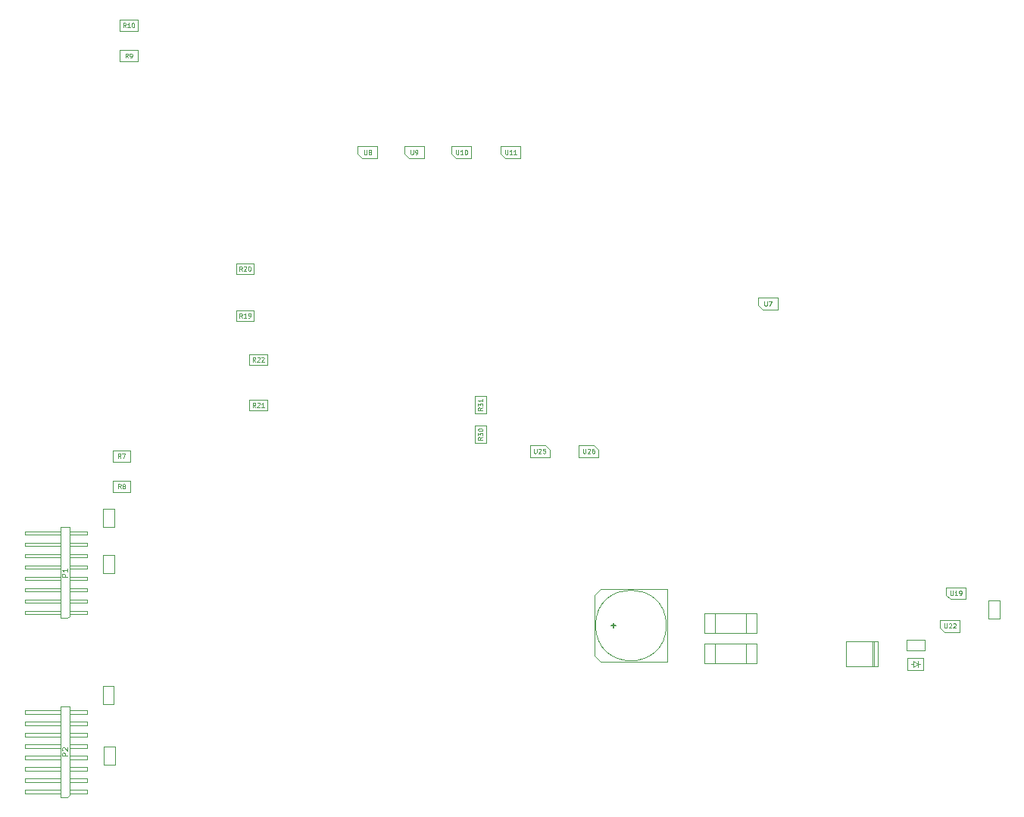
<source format=gbr>
G04 #@! TF.FileFunction,Other,Fab,Top*
%FSLAX46Y46*%
G04 Gerber Fmt 4.6, Leading zero omitted, Abs format (unit mm)*
G04 Created by KiCad (PCBNEW 4.0.4+e1-6308~48~ubuntu15.10.1-stable) date Fri Apr 13 08:08:00 2018*
%MOMM*%
%LPD*%
G01*
G04 APERTURE LIST*
%ADD10C,0.100000*%
%ADD11C,0.120000*%
%ADD12C,0.090000*%
%ADD13C,0.075000*%
%ADD14C,0.150000*%
G04 APERTURE END LIST*
D10*
X33337240Y-110675840D02*
X32587240Y-110675840D01*
X32587240Y-110675840D02*
X32587240Y-100515840D01*
X32587240Y-100515840D02*
X33587240Y-100515840D01*
X33587240Y-100515840D02*
X33587240Y-110425840D01*
X33587240Y-110425840D02*
X33337240Y-110675840D01*
X35557240Y-110240840D02*
X33587240Y-110240840D01*
X35557240Y-110240840D02*
X35557240Y-109840840D01*
X35557240Y-109840840D02*
X33587240Y-109840840D01*
X32587240Y-110240840D02*
X28587240Y-110240840D01*
X28587240Y-110240840D02*
X28587240Y-109840840D01*
X32587240Y-109840840D02*
X28587240Y-109840840D01*
X35557240Y-108970840D02*
X33587240Y-108970840D01*
X35557240Y-108970840D02*
X35557240Y-108570840D01*
X35557240Y-108570840D02*
X33587240Y-108570840D01*
X32587240Y-108970840D02*
X28587240Y-108970840D01*
X28587240Y-108970840D02*
X28587240Y-108570840D01*
X32587240Y-108570840D02*
X28587240Y-108570840D01*
X35557240Y-107700840D02*
X33587240Y-107700840D01*
X35557240Y-107700840D02*
X35557240Y-107300840D01*
X35557240Y-107300840D02*
X33587240Y-107300840D01*
X32587240Y-107700840D02*
X28587240Y-107700840D01*
X28587240Y-107700840D02*
X28587240Y-107300840D01*
X32587240Y-107300840D02*
X28587240Y-107300840D01*
X35557240Y-106430840D02*
X33587240Y-106430840D01*
X35557240Y-106430840D02*
X35557240Y-106030840D01*
X35557240Y-106030840D02*
X33587240Y-106030840D01*
X32587240Y-106430840D02*
X28587240Y-106430840D01*
X28587240Y-106430840D02*
X28587240Y-106030840D01*
X32587240Y-106030840D02*
X28587240Y-106030840D01*
X35557240Y-105160840D02*
X33587240Y-105160840D01*
X35557240Y-105160840D02*
X35557240Y-104760840D01*
X35557240Y-104760840D02*
X33587240Y-104760840D01*
X32587240Y-105160840D02*
X28587240Y-105160840D01*
X28587240Y-105160840D02*
X28587240Y-104760840D01*
X32587240Y-104760840D02*
X28587240Y-104760840D01*
X35557240Y-103890840D02*
X33587240Y-103890840D01*
X35557240Y-103890840D02*
X35557240Y-103490840D01*
X35557240Y-103490840D02*
X33587240Y-103490840D01*
X32587240Y-103890840D02*
X28587240Y-103890840D01*
X28587240Y-103890840D02*
X28587240Y-103490840D01*
X32587240Y-103490840D02*
X28587240Y-103490840D01*
X35557240Y-102620840D02*
X33587240Y-102620840D01*
X35557240Y-102620840D02*
X35557240Y-102220840D01*
X35557240Y-102220840D02*
X33587240Y-102220840D01*
X32587240Y-102620840D02*
X28587240Y-102620840D01*
X28587240Y-102620840D02*
X28587240Y-102220840D01*
X32587240Y-102220840D02*
X28587240Y-102220840D01*
X35557240Y-101350840D02*
X33587240Y-101350840D01*
X35557240Y-101350840D02*
X35557240Y-100950840D01*
X35557240Y-100950840D02*
X33587240Y-100950840D01*
X32587240Y-101350840D02*
X28587240Y-101350840D01*
X28587240Y-101350840D02*
X28587240Y-100950840D01*
X32587240Y-100950840D02*
X28587240Y-100950840D01*
X37358040Y-83630000D02*
X38598040Y-83630000D01*
X37358040Y-85630000D02*
X37358040Y-83630000D01*
X38598040Y-85630000D02*
X37358040Y-85630000D01*
X38598040Y-83630000D02*
X38598040Y-85630000D01*
X33337240Y-90675840D02*
X32587240Y-90675840D01*
X32587240Y-90675840D02*
X32587240Y-80515840D01*
X32587240Y-80515840D02*
X33587240Y-80515840D01*
X33587240Y-80515840D02*
X33587240Y-90425840D01*
X33587240Y-90425840D02*
X33337240Y-90675840D01*
X35557240Y-90240840D02*
X33587240Y-90240840D01*
X35557240Y-90240840D02*
X35557240Y-89840840D01*
X35557240Y-89840840D02*
X33587240Y-89840840D01*
X32587240Y-90240840D02*
X28587240Y-90240840D01*
X28587240Y-90240840D02*
X28587240Y-89840840D01*
X32587240Y-89840840D02*
X28587240Y-89840840D01*
X35557240Y-88970840D02*
X33587240Y-88970840D01*
X35557240Y-88970840D02*
X35557240Y-88570840D01*
X35557240Y-88570840D02*
X33587240Y-88570840D01*
X32587240Y-88970840D02*
X28587240Y-88970840D01*
X28587240Y-88970840D02*
X28587240Y-88570840D01*
X32587240Y-88570840D02*
X28587240Y-88570840D01*
X35557240Y-87700840D02*
X33587240Y-87700840D01*
X35557240Y-87700840D02*
X35557240Y-87300840D01*
X35557240Y-87300840D02*
X33587240Y-87300840D01*
X32587240Y-87700840D02*
X28587240Y-87700840D01*
X28587240Y-87700840D02*
X28587240Y-87300840D01*
X32587240Y-87300840D02*
X28587240Y-87300840D01*
X35557240Y-86430840D02*
X33587240Y-86430840D01*
X35557240Y-86430840D02*
X35557240Y-86030840D01*
X35557240Y-86030840D02*
X33587240Y-86030840D01*
X32587240Y-86430840D02*
X28587240Y-86430840D01*
X28587240Y-86430840D02*
X28587240Y-86030840D01*
X32587240Y-86030840D02*
X28587240Y-86030840D01*
X35557240Y-85160840D02*
X33587240Y-85160840D01*
X35557240Y-85160840D02*
X35557240Y-84760840D01*
X35557240Y-84760840D02*
X33587240Y-84760840D01*
X32587240Y-85160840D02*
X28587240Y-85160840D01*
X28587240Y-85160840D02*
X28587240Y-84760840D01*
X32587240Y-84760840D02*
X28587240Y-84760840D01*
X35557240Y-83890840D02*
X33587240Y-83890840D01*
X35557240Y-83890840D02*
X35557240Y-83490840D01*
X35557240Y-83490840D02*
X33587240Y-83490840D01*
X32587240Y-83890840D02*
X28587240Y-83890840D01*
X28587240Y-83890840D02*
X28587240Y-83490840D01*
X32587240Y-83490840D02*
X28587240Y-83490840D01*
X35557240Y-82620840D02*
X33587240Y-82620840D01*
X35557240Y-82620840D02*
X35557240Y-82220840D01*
X35557240Y-82220840D02*
X33587240Y-82220840D01*
X32587240Y-82620840D02*
X28587240Y-82620840D01*
X28587240Y-82620840D02*
X28587240Y-82220840D01*
X32587240Y-82220840D02*
X28587240Y-82220840D01*
X35557240Y-81350840D02*
X33587240Y-81350840D01*
X35557240Y-81350840D02*
X35557240Y-80950840D01*
X35557240Y-80950840D02*
X33587240Y-80950840D01*
X32587240Y-81350840D02*
X28587240Y-81350840D01*
X28587240Y-81350840D02*
X28587240Y-80950840D01*
X32587240Y-80950840D02*
X28587240Y-80950840D01*
X110550000Y-54825000D02*
X110550000Y-55675000D01*
X111050000Y-56175000D02*
X112750000Y-56175000D01*
X110550000Y-54825000D02*
X112750000Y-54825000D01*
X112750000Y-54825000D02*
X112750000Y-56175000D01*
X110550000Y-55675000D02*
X111050000Y-56175000D01*
X65800000Y-37925000D02*
X65800000Y-38775000D01*
X66300000Y-39275000D02*
X68000000Y-39275000D01*
X65800000Y-37925000D02*
X68000000Y-37925000D01*
X68000000Y-37925000D02*
X68000000Y-39275000D01*
X65800000Y-38775000D02*
X66300000Y-39275000D01*
X70997240Y-37915840D02*
X70997240Y-38765840D01*
X71497240Y-39265840D02*
X73197240Y-39265840D01*
X70997240Y-37915840D02*
X73197240Y-37915840D01*
X73197240Y-37915840D02*
X73197240Y-39265840D01*
X70997240Y-38765840D02*
X71497240Y-39265840D01*
X76297240Y-37915840D02*
X76297240Y-38765840D01*
X76797240Y-39265840D02*
X78497240Y-39265840D01*
X76297240Y-37915840D02*
X78497240Y-37915840D01*
X78497240Y-37915840D02*
X78497240Y-39265840D01*
X76297240Y-38765840D02*
X76797240Y-39265840D01*
X81797240Y-37915840D02*
X81797240Y-38765840D01*
X82297240Y-39265840D02*
X83997240Y-39265840D01*
X81797240Y-37915840D02*
X83997240Y-37915840D01*
X83997240Y-37915840D02*
X83997240Y-39265840D01*
X81797240Y-38765840D02*
X82297240Y-39265840D01*
D11*
X109172440Y-90136800D02*
X109172440Y-92336800D01*
X105772440Y-90136800D02*
X105772440Y-92336800D01*
X104572440Y-90136800D02*
X104572440Y-92336800D01*
X104572440Y-92336800D02*
X110372440Y-92336800D01*
X110372440Y-92336800D02*
X110372440Y-90136800D01*
X110372440Y-90136800D02*
X104572440Y-90136800D01*
X109172440Y-93489600D02*
X109172440Y-95689600D01*
X105772440Y-93489600D02*
X105772440Y-95689600D01*
X104572440Y-93489600D02*
X104572440Y-95689600D01*
X104572440Y-95689600D02*
X110372440Y-95689600D01*
X110372440Y-95689600D02*
X110372440Y-93489600D01*
X110372440Y-93489600D02*
X104572440Y-93489600D01*
D10*
X100296008Y-91480000D02*
G75*
G03X100296008Y-91480000I-3956008J0D01*
G01*
X100380000Y-95520000D02*
X100380000Y-87440000D01*
X92970000Y-95520000D02*
X100380000Y-95520000D01*
X92300000Y-94850000D02*
X92970000Y-95520000D01*
X92300000Y-88110000D02*
X92300000Y-94850000D01*
X92970000Y-87440000D02*
X92300000Y-88110000D01*
X100380000Y-87440000D02*
X92970000Y-87440000D01*
X38598040Y-80448400D02*
X37358040Y-80448400D01*
X38598040Y-78448400D02*
X38598040Y-80448400D01*
X37358040Y-78448400D02*
X38598040Y-78448400D01*
X37358040Y-80448400D02*
X37358040Y-78448400D01*
X38397240Y-73160840D02*
X38397240Y-71920840D01*
X40397240Y-73160840D02*
X38397240Y-73160840D01*
X40397240Y-71920840D02*
X40397240Y-73160840D01*
X38397240Y-71920840D02*
X40397240Y-71920840D01*
X38400000Y-76570000D02*
X38400000Y-75330000D01*
X40400000Y-76570000D02*
X38400000Y-76570000D01*
X40400000Y-75330000D02*
X40400000Y-76570000D01*
X38400000Y-75330000D02*
X40400000Y-75330000D01*
X39197240Y-28410840D02*
X39197240Y-27170840D01*
X41197240Y-28410840D02*
X39197240Y-28410840D01*
X41197240Y-27170840D02*
X41197240Y-28410840D01*
X39197240Y-27170840D02*
X41197240Y-27170840D01*
X39197240Y-25010840D02*
X39197240Y-23770840D01*
X41197240Y-25010840D02*
X39197240Y-25010840D01*
X41197240Y-23770840D02*
X41197240Y-25010840D01*
X39197240Y-23770840D02*
X41197240Y-23770840D01*
X52200000Y-57470000D02*
X52200000Y-56230000D01*
X54200000Y-57470000D02*
X52200000Y-57470000D01*
X54200000Y-56230000D02*
X54200000Y-57470000D01*
X52200000Y-56230000D02*
X54200000Y-56230000D01*
X52200000Y-52220000D02*
X52200000Y-50980000D01*
X54200000Y-52220000D02*
X52200000Y-52220000D01*
X54200000Y-50980000D02*
X54200000Y-52220000D01*
X52200000Y-50980000D02*
X54200000Y-50980000D01*
X53700000Y-67470000D02*
X53700000Y-66230000D01*
X55700000Y-67470000D02*
X53700000Y-67470000D01*
X55700000Y-66230000D02*
X55700000Y-67470000D01*
X53700000Y-66230000D02*
X55700000Y-66230000D01*
X53700000Y-62370000D02*
X53700000Y-61130000D01*
X55700000Y-62370000D02*
X53700000Y-62370000D01*
X55700000Y-61130000D02*
X55700000Y-62370000D01*
X53700000Y-61130000D02*
X55700000Y-61130000D01*
X37434240Y-105019600D02*
X38674240Y-105019600D01*
X37434240Y-107019600D02*
X37434240Y-105019600D01*
X38674240Y-107019600D02*
X37434240Y-107019600D01*
X38674240Y-105019600D02*
X38674240Y-107019600D01*
X38547240Y-100263200D02*
X37307240Y-100263200D01*
X38547240Y-98263200D02*
X38547240Y-100263200D01*
X37307240Y-98263200D02*
X38547240Y-98263200D01*
X37307240Y-100263200D02*
X37307240Y-98263200D01*
X136316440Y-88712800D02*
X137556440Y-88712800D01*
X136316440Y-90712800D02*
X136316440Y-88712800D01*
X137556440Y-90712800D02*
X136316440Y-90712800D01*
X137556440Y-88712800D02*
X137556440Y-90712800D01*
X127948040Y-95808800D02*
X127698040Y-95808800D01*
X127948040Y-95458800D02*
X128448040Y-95808800D01*
X127948040Y-96158800D02*
X127948040Y-95458800D01*
X128448040Y-95808800D02*
X127948040Y-96158800D01*
X128448040Y-95808800D02*
X128648040Y-95808800D01*
X128448040Y-96158800D02*
X128448040Y-95458800D01*
X129048040Y-95108800D02*
X129048040Y-96508800D01*
X127248040Y-95108800D02*
X129048040Y-95108800D01*
X127248040Y-96508800D02*
X127248040Y-95108800D01*
X129048040Y-96508800D02*
X127248040Y-96508800D01*
X129148040Y-93055200D02*
X129148040Y-94295200D01*
X127148040Y-93055200D02*
X129148040Y-93055200D01*
X127148040Y-94295200D02*
X127148040Y-93055200D01*
X129148040Y-94295200D02*
X127148040Y-94295200D01*
X131569240Y-87209000D02*
X131569240Y-88059000D01*
X132069240Y-88559000D02*
X133769240Y-88559000D01*
X131569240Y-87209000D02*
X133769240Y-87209000D01*
X133769240Y-87209000D02*
X133769240Y-88559000D01*
X131569240Y-88059000D02*
X132069240Y-88559000D01*
X130908840Y-90866600D02*
X130908840Y-91716600D01*
X131408840Y-92216600D02*
X133108840Y-92216600D01*
X130908840Y-90866600D02*
X133108840Y-90866600D01*
X133108840Y-90866600D02*
X133108840Y-92216600D01*
X130908840Y-91716600D02*
X131408840Y-92216600D01*
X123903640Y-96091200D02*
X123903640Y-93291200D01*
X123903640Y-93291200D02*
X120403640Y-93291200D01*
X120403640Y-93291200D02*
X120403640Y-96091200D01*
X120403640Y-96091200D02*
X123903640Y-96091200D01*
X123553640Y-96091200D02*
X123553640Y-93291200D01*
X123378640Y-96091200D02*
X123378640Y-93291200D01*
X78912440Y-69104000D02*
X80152440Y-69104000D01*
X78912440Y-71104000D02*
X78912440Y-69104000D01*
X80152440Y-71104000D02*
X78912440Y-71104000D01*
X80152440Y-69104000D02*
X80152440Y-71104000D01*
X80152440Y-67802000D02*
X78912440Y-67802000D01*
X80152440Y-65802000D02*
X80152440Y-67802000D01*
X78912440Y-65802000D02*
X80152440Y-65802000D01*
X78912440Y-67802000D02*
X78912440Y-65802000D01*
X87236440Y-72675000D02*
X87236440Y-71825000D01*
X86736440Y-71325000D02*
X85036440Y-71325000D01*
X87236440Y-72675000D02*
X85036440Y-72675000D01*
X85036440Y-72675000D02*
X85036440Y-71325000D01*
X87236440Y-71825000D02*
X86736440Y-71325000D01*
X92722840Y-72675000D02*
X92722840Y-71825000D01*
X92222840Y-71325000D02*
X90522840Y-71325000D01*
X92722840Y-72675000D02*
X90522840Y-72675000D01*
X90522840Y-72675000D02*
X90522840Y-71325000D01*
X92722840Y-71825000D02*
X92222840Y-71325000D01*
D12*
X33358669Y-106038697D02*
X32758669Y-106038697D01*
X32758669Y-105810125D01*
X32787240Y-105752983D01*
X32815811Y-105724411D01*
X32872954Y-105695840D01*
X32958669Y-105695840D01*
X33015811Y-105724411D01*
X33044383Y-105752983D01*
X33072954Y-105810125D01*
X33072954Y-106038697D01*
X32815811Y-105467268D02*
X32787240Y-105438697D01*
X32758669Y-105381554D01*
X32758669Y-105238697D01*
X32787240Y-105181554D01*
X32815811Y-105152983D01*
X32872954Y-105124411D01*
X32930097Y-105124411D01*
X33015811Y-105152983D01*
X33358669Y-105495840D01*
X33358669Y-105124411D01*
X33358669Y-86038697D02*
X32758669Y-86038697D01*
X32758669Y-85810125D01*
X32787240Y-85752983D01*
X32815811Y-85724411D01*
X32872954Y-85695840D01*
X32958669Y-85695840D01*
X33015811Y-85724411D01*
X33044383Y-85752983D01*
X33072954Y-85810125D01*
X33072954Y-86038697D01*
X33358669Y-85124411D02*
X33358669Y-85467268D01*
X33358669Y-85295840D02*
X32758669Y-85295840D01*
X32844383Y-85352983D01*
X32901526Y-85410125D01*
X32930097Y-85467268D01*
D13*
X111269048Y-55226190D02*
X111269048Y-55630952D01*
X111292857Y-55678571D01*
X111316667Y-55702381D01*
X111364286Y-55726190D01*
X111459524Y-55726190D01*
X111507143Y-55702381D01*
X111530952Y-55678571D01*
X111554762Y-55630952D01*
X111554762Y-55226190D01*
X111745239Y-55226190D02*
X112078572Y-55226190D01*
X111864286Y-55726190D01*
X66519048Y-38326190D02*
X66519048Y-38730952D01*
X66542857Y-38778571D01*
X66566667Y-38802381D01*
X66614286Y-38826190D01*
X66709524Y-38826190D01*
X66757143Y-38802381D01*
X66780952Y-38778571D01*
X66804762Y-38730952D01*
X66804762Y-38326190D01*
X67114286Y-38540476D02*
X67066667Y-38516667D01*
X67042858Y-38492857D01*
X67019048Y-38445238D01*
X67019048Y-38421429D01*
X67042858Y-38373810D01*
X67066667Y-38350000D01*
X67114286Y-38326190D01*
X67209524Y-38326190D01*
X67257143Y-38350000D01*
X67280953Y-38373810D01*
X67304762Y-38421429D01*
X67304762Y-38445238D01*
X67280953Y-38492857D01*
X67257143Y-38516667D01*
X67209524Y-38540476D01*
X67114286Y-38540476D01*
X67066667Y-38564286D01*
X67042858Y-38588095D01*
X67019048Y-38635714D01*
X67019048Y-38730952D01*
X67042858Y-38778571D01*
X67066667Y-38802381D01*
X67114286Y-38826190D01*
X67209524Y-38826190D01*
X67257143Y-38802381D01*
X67280953Y-38778571D01*
X67304762Y-38730952D01*
X67304762Y-38635714D01*
X67280953Y-38588095D01*
X67257143Y-38564286D01*
X67209524Y-38540476D01*
X71716288Y-38317030D02*
X71716288Y-38721792D01*
X71740097Y-38769411D01*
X71763907Y-38793221D01*
X71811526Y-38817030D01*
X71906764Y-38817030D01*
X71954383Y-38793221D01*
X71978192Y-38769411D01*
X72002002Y-38721792D01*
X72002002Y-38317030D01*
X72263907Y-38817030D02*
X72359145Y-38817030D01*
X72406764Y-38793221D01*
X72430574Y-38769411D01*
X72478193Y-38697983D01*
X72502002Y-38602745D01*
X72502002Y-38412269D01*
X72478193Y-38364650D01*
X72454383Y-38340840D01*
X72406764Y-38317030D01*
X72311526Y-38317030D01*
X72263907Y-38340840D01*
X72240098Y-38364650D01*
X72216288Y-38412269D01*
X72216288Y-38531316D01*
X72240098Y-38578935D01*
X72263907Y-38602745D01*
X72311526Y-38626554D01*
X72406764Y-38626554D01*
X72454383Y-38602745D01*
X72478193Y-38578935D01*
X72502002Y-38531316D01*
X76778193Y-38317030D02*
X76778193Y-38721792D01*
X76802002Y-38769411D01*
X76825812Y-38793221D01*
X76873431Y-38817030D01*
X76968669Y-38817030D01*
X77016288Y-38793221D01*
X77040097Y-38769411D01*
X77063907Y-38721792D01*
X77063907Y-38317030D01*
X77563907Y-38817030D02*
X77278193Y-38817030D01*
X77421050Y-38817030D02*
X77421050Y-38317030D01*
X77373431Y-38388459D01*
X77325812Y-38436078D01*
X77278193Y-38459888D01*
X77873431Y-38317030D02*
X77921050Y-38317030D01*
X77968669Y-38340840D01*
X77992478Y-38364650D01*
X78016288Y-38412269D01*
X78040097Y-38507507D01*
X78040097Y-38626554D01*
X78016288Y-38721792D01*
X77992478Y-38769411D01*
X77968669Y-38793221D01*
X77921050Y-38817030D01*
X77873431Y-38817030D01*
X77825812Y-38793221D01*
X77802002Y-38769411D01*
X77778193Y-38721792D01*
X77754383Y-38626554D01*
X77754383Y-38507507D01*
X77778193Y-38412269D01*
X77802002Y-38364650D01*
X77825812Y-38340840D01*
X77873431Y-38317030D01*
X82278193Y-38317030D02*
X82278193Y-38721792D01*
X82302002Y-38769411D01*
X82325812Y-38793221D01*
X82373431Y-38817030D01*
X82468669Y-38817030D01*
X82516288Y-38793221D01*
X82540097Y-38769411D01*
X82563907Y-38721792D01*
X82563907Y-38317030D01*
X83063907Y-38817030D02*
X82778193Y-38817030D01*
X82921050Y-38817030D02*
X82921050Y-38317030D01*
X82873431Y-38388459D01*
X82825812Y-38436078D01*
X82778193Y-38459888D01*
X83540097Y-38817030D02*
X83254383Y-38817030D01*
X83397240Y-38817030D02*
X83397240Y-38317030D01*
X83349621Y-38388459D01*
X83302002Y-38436078D01*
X83254383Y-38459888D01*
D14*
X94143334Y-91470000D02*
X94676667Y-91470000D01*
X94410000Y-91736667D02*
X94410000Y-91203333D01*
D13*
X39313907Y-72767030D02*
X39147240Y-72528935D01*
X39028193Y-72767030D02*
X39028193Y-72267030D01*
X39218669Y-72267030D01*
X39266288Y-72290840D01*
X39290097Y-72314650D01*
X39313907Y-72362269D01*
X39313907Y-72433697D01*
X39290097Y-72481316D01*
X39266288Y-72505126D01*
X39218669Y-72528935D01*
X39028193Y-72528935D01*
X39480574Y-72267030D02*
X39813907Y-72267030D01*
X39599621Y-72767030D01*
X39316667Y-76176190D02*
X39150000Y-75938095D01*
X39030953Y-76176190D02*
X39030953Y-75676190D01*
X39221429Y-75676190D01*
X39269048Y-75700000D01*
X39292857Y-75723810D01*
X39316667Y-75771429D01*
X39316667Y-75842857D01*
X39292857Y-75890476D01*
X39269048Y-75914286D01*
X39221429Y-75938095D01*
X39030953Y-75938095D01*
X39602381Y-75890476D02*
X39554762Y-75866667D01*
X39530953Y-75842857D01*
X39507143Y-75795238D01*
X39507143Y-75771429D01*
X39530953Y-75723810D01*
X39554762Y-75700000D01*
X39602381Y-75676190D01*
X39697619Y-75676190D01*
X39745238Y-75700000D01*
X39769048Y-75723810D01*
X39792857Y-75771429D01*
X39792857Y-75795238D01*
X39769048Y-75842857D01*
X39745238Y-75866667D01*
X39697619Y-75890476D01*
X39602381Y-75890476D01*
X39554762Y-75914286D01*
X39530953Y-75938095D01*
X39507143Y-75985714D01*
X39507143Y-76080952D01*
X39530953Y-76128571D01*
X39554762Y-76152381D01*
X39602381Y-76176190D01*
X39697619Y-76176190D01*
X39745238Y-76152381D01*
X39769048Y-76128571D01*
X39792857Y-76080952D01*
X39792857Y-75985714D01*
X39769048Y-75938095D01*
X39745238Y-75914286D01*
X39697619Y-75890476D01*
X40113907Y-28017030D02*
X39947240Y-27778935D01*
X39828193Y-28017030D02*
X39828193Y-27517030D01*
X40018669Y-27517030D01*
X40066288Y-27540840D01*
X40090097Y-27564650D01*
X40113907Y-27612269D01*
X40113907Y-27683697D01*
X40090097Y-27731316D01*
X40066288Y-27755126D01*
X40018669Y-27778935D01*
X39828193Y-27778935D01*
X40352002Y-28017030D02*
X40447240Y-28017030D01*
X40494859Y-27993221D01*
X40518669Y-27969411D01*
X40566288Y-27897983D01*
X40590097Y-27802745D01*
X40590097Y-27612269D01*
X40566288Y-27564650D01*
X40542478Y-27540840D01*
X40494859Y-27517030D01*
X40399621Y-27517030D01*
X40352002Y-27540840D01*
X40328193Y-27564650D01*
X40304383Y-27612269D01*
X40304383Y-27731316D01*
X40328193Y-27778935D01*
X40352002Y-27802745D01*
X40399621Y-27826554D01*
X40494859Y-27826554D01*
X40542478Y-27802745D01*
X40566288Y-27778935D01*
X40590097Y-27731316D01*
X39875812Y-24617030D02*
X39709145Y-24378935D01*
X39590098Y-24617030D02*
X39590098Y-24117030D01*
X39780574Y-24117030D01*
X39828193Y-24140840D01*
X39852002Y-24164650D01*
X39875812Y-24212269D01*
X39875812Y-24283697D01*
X39852002Y-24331316D01*
X39828193Y-24355126D01*
X39780574Y-24378935D01*
X39590098Y-24378935D01*
X40352002Y-24617030D02*
X40066288Y-24617030D01*
X40209145Y-24617030D02*
X40209145Y-24117030D01*
X40161526Y-24188459D01*
X40113907Y-24236078D01*
X40066288Y-24259888D01*
X40661526Y-24117030D02*
X40709145Y-24117030D01*
X40756764Y-24140840D01*
X40780573Y-24164650D01*
X40804383Y-24212269D01*
X40828192Y-24307507D01*
X40828192Y-24426554D01*
X40804383Y-24521792D01*
X40780573Y-24569411D01*
X40756764Y-24593221D01*
X40709145Y-24617030D01*
X40661526Y-24617030D01*
X40613907Y-24593221D01*
X40590097Y-24569411D01*
X40566288Y-24521792D01*
X40542478Y-24426554D01*
X40542478Y-24307507D01*
X40566288Y-24212269D01*
X40590097Y-24164650D01*
X40613907Y-24140840D01*
X40661526Y-24117030D01*
X52878572Y-57076190D02*
X52711905Y-56838095D01*
X52592858Y-57076190D02*
X52592858Y-56576190D01*
X52783334Y-56576190D01*
X52830953Y-56600000D01*
X52854762Y-56623810D01*
X52878572Y-56671429D01*
X52878572Y-56742857D01*
X52854762Y-56790476D01*
X52830953Y-56814286D01*
X52783334Y-56838095D01*
X52592858Y-56838095D01*
X53354762Y-57076190D02*
X53069048Y-57076190D01*
X53211905Y-57076190D02*
X53211905Y-56576190D01*
X53164286Y-56647619D01*
X53116667Y-56695238D01*
X53069048Y-56719048D01*
X53592857Y-57076190D02*
X53688095Y-57076190D01*
X53735714Y-57052381D01*
X53759524Y-57028571D01*
X53807143Y-56957143D01*
X53830952Y-56861905D01*
X53830952Y-56671429D01*
X53807143Y-56623810D01*
X53783333Y-56600000D01*
X53735714Y-56576190D01*
X53640476Y-56576190D01*
X53592857Y-56600000D01*
X53569048Y-56623810D01*
X53545238Y-56671429D01*
X53545238Y-56790476D01*
X53569048Y-56838095D01*
X53592857Y-56861905D01*
X53640476Y-56885714D01*
X53735714Y-56885714D01*
X53783333Y-56861905D01*
X53807143Y-56838095D01*
X53830952Y-56790476D01*
X52878572Y-51826190D02*
X52711905Y-51588095D01*
X52592858Y-51826190D02*
X52592858Y-51326190D01*
X52783334Y-51326190D01*
X52830953Y-51350000D01*
X52854762Y-51373810D01*
X52878572Y-51421429D01*
X52878572Y-51492857D01*
X52854762Y-51540476D01*
X52830953Y-51564286D01*
X52783334Y-51588095D01*
X52592858Y-51588095D01*
X53069048Y-51373810D02*
X53092858Y-51350000D01*
X53140477Y-51326190D01*
X53259524Y-51326190D01*
X53307143Y-51350000D01*
X53330953Y-51373810D01*
X53354762Y-51421429D01*
X53354762Y-51469048D01*
X53330953Y-51540476D01*
X53045239Y-51826190D01*
X53354762Y-51826190D01*
X53664286Y-51326190D02*
X53711905Y-51326190D01*
X53759524Y-51350000D01*
X53783333Y-51373810D01*
X53807143Y-51421429D01*
X53830952Y-51516667D01*
X53830952Y-51635714D01*
X53807143Y-51730952D01*
X53783333Y-51778571D01*
X53759524Y-51802381D01*
X53711905Y-51826190D01*
X53664286Y-51826190D01*
X53616667Y-51802381D01*
X53592857Y-51778571D01*
X53569048Y-51730952D01*
X53545238Y-51635714D01*
X53545238Y-51516667D01*
X53569048Y-51421429D01*
X53592857Y-51373810D01*
X53616667Y-51350000D01*
X53664286Y-51326190D01*
X54378572Y-67076190D02*
X54211905Y-66838095D01*
X54092858Y-67076190D02*
X54092858Y-66576190D01*
X54283334Y-66576190D01*
X54330953Y-66600000D01*
X54354762Y-66623810D01*
X54378572Y-66671429D01*
X54378572Y-66742857D01*
X54354762Y-66790476D01*
X54330953Y-66814286D01*
X54283334Y-66838095D01*
X54092858Y-66838095D01*
X54569048Y-66623810D02*
X54592858Y-66600000D01*
X54640477Y-66576190D01*
X54759524Y-66576190D01*
X54807143Y-66600000D01*
X54830953Y-66623810D01*
X54854762Y-66671429D01*
X54854762Y-66719048D01*
X54830953Y-66790476D01*
X54545239Y-67076190D01*
X54854762Y-67076190D01*
X55330952Y-67076190D02*
X55045238Y-67076190D01*
X55188095Y-67076190D02*
X55188095Y-66576190D01*
X55140476Y-66647619D01*
X55092857Y-66695238D01*
X55045238Y-66719048D01*
X54378572Y-61976190D02*
X54211905Y-61738095D01*
X54092858Y-61976190D02*
X54092858Y-61476190D01*
X54283334Y-61476190D01*
X54330953Y-61500000D01*
X54354762Y-61523810D01*
X54378572Y-61571429D01*
X54378572Y-61642857D01*
X54354762Y-61690476D01*
X54330953Y-61714286D01*
X54283334Y-61738095D01*
X54092858Y-61738095D01*
X54569048Y-61523810D02*
X54592858Y-61500000D01*
X54640477Y-61476190D01*
X54759524Y-61476190D01*
X54807143Y-61500000D01*
X54830953Y-61523810D01*
X54854762Y-61571429D01*
X54854762Y-61619048D01*
X54830953Y-61690476D01*
X54545239Y-61976190D01*
X54854762Y-61976190D01*
X55045238Y-61523810D02*
X55069048Y-61500000D01*
X55116667Y-61476190D01*
X55235714Y-61476190D01*
X55283333Y-61500000D01*
X55307143Y-61523810D01*
X55330952Y-61571429D01*
X55330952Y-61619048D01*
X55307143Y-61690476D01*
X55021429Y-61976190D01*
X55330952Y-61976190D01*
D14*
D13*
X132050193Y-87610190D02*
X132050193Y-88014952D01*
X132074002Y-88062571D01*
X132097812Y-88086381D01*
X132145431Y-88110190D01*
X132240669Y-88110190D01*
X132288288Y-88086381D01*
X132312097Y-88062571D01*
X132335907Y-88014952D01*
X132335907Y-87610190D01*
X132835907Y-88110190D02*
X132550193Y-88110190D01*
X132693050Y-88110190D02*
X132693050Y-87610190D01*
X132645431Y-87681619D01*
X132597812Y-87729238D01*
X132550193Y-87753048D01*
X133074002Y-88110190D02*
X133169240Y-88110190D01*
X133216859Y-88086381D01*
X133240669Y-88062571D01*
X133288288Y-87991143D01*
X133312097Y-87895905D01*
X133312097Y-87705429D01*
X133288288Y-87657810D01*
X133264478Y-87634000D01*
X133216859Y-87610190D01*
X133121621Y-87610190D01*
X133074002Y-87634000D01*
X133050193Y-87657810D01*
X133026383Y-87705429D01*
X133026383Y-87824476D01*
X133050193Y-87872095D01*
X133074002Y-87895905D01*
X133121621Y-87919714D01*
X133216859Y-87919714D01*
X133264478Y-87895905D01*
X133288288Y-87872095D01*
X133312097Y-87824476D01*
X131389793Y-91267790D02*
X131389793Y-91672552D01*
X131413602Y-91720171D01*
X131437412Y-91743981D01*
X131485031Y-91767790D01*
X131580269Y-91767790D01*
X131627888Y-91743981D01*
X131651697Y-91720171D01*
X131675507Y-91672552D01*
X131675507Y-91267790D01*
X131889793Y-91315410D02*
X131913603Y-91291600D01*
X131961222Y-91267790D01*
X132080269Y-91267790D01*
X132127888Y-91291600D01*
X132151698Y-91315410D01*
X132175507Y-91363029D01*
X132175507Y-91410648D01*
X132151698Y-91482076D01*
X131865984Y-91767790D01*
X132175507Y-91767790D01*
X132365983Y-91315410D02*
X132389793Y-91291600D01*
X132437412Y-91267790D01*
X132556459Y-91267790D01*
X132604078Y-91291600D01*
X132627888Y-91315410D01*
X132651697Y-91363029D01*
X132651697Y-91410648D01*
X132627888Y-91482076D01*
X132342174Y-91767790D01*
X132651697Y-91767790D01*
D11*
D13*
X79758630Y-70425428D02*
X79520535Y-70592095D01*
X79758630Y-70711142D02*
X79258630Y-70711142D01*
X79258630Y-70520666D01*
X79282440Y-70473047D01*
X79306250Y-70449238D01*
X79353869Y-70425428D01*
X79425297Y-70425428D01*
X79472916Y-70449238D01*
X79496726Y-70473047D01*
X79520535Y-70520666D01*
X79520535Y-70711142D01*
X79258630Y-70258761D02*
X79258630Y-69949238D01*
X79449107Y-70115904D01*
X79449107Y-70044476D01*
X79472916Y-69996857D01*
X79496726Y-69973047D01*
X79544345Y-69949238D01*
X79663392Y-69949238D01*
X79711011Y-69973047D01*
X79734821Y-69996857D01*
X79758630Y-70044476D01*
X79758630Y-70187333D01*
X79734821Y-70234952D01*
X79711011Y-70258761D01*
X79258630Y-69639714D02*
X79258630Y-69592095D01*
X79282440Y-69544476D01*
X79306250Y-69520667D01*
X79353869Y-69496857D01*
X79449107Y-69473048D01*
X79568154Y-69473048D01*
X79663392Y-69496857D01*
X79711011Y-69520667D01*
X79734821Y-69544476D01*
X79758630Y-69592095D01*
X79758630Y-69639714D01*
X79734821Y-69687333D01*
X79711011Y-69711143D01*
X79663392Y-69734952D01*
X79568154Y-69758762D01*
X79449107Y-69758762D01*
X79353869Y-69734952D01*
X79306250Y-69711143D01*
X79282440Y-69687333D01*
X79258630Y-69639714D01*
X79758630Y-67123428D02*
X79520535Y-67290095D01*
X79758630Y-67409142D02*
X79258630Y-67409142D01*
X79258630Y-67218666D01*
X79282440Y-67171047D01*
X79306250Y-67147238D01*
X79353869Y-67123428D01*
X79425297Y-67123428D01*
X79472916Y-67147238D01*
X79496726Y-67171047D01*
X79520535Y-67218666D01*
X79520535Y-67409142D01*
X79258630Y-66956761D02*
X79258630Y-66647238D01*
X79449107Y-66813904D01*
X79449107Y-66742476D01*
X79472916Y-66694857D01*
X79496726Y-66671047D01*
X79544345Y-66647238D01*
X79663392Y-66647238D01*
X79711011Y-66671047D01*
X79734821Y-66694857D01*
X79758630Y-66742476D01*
X79758630Y-66885333D01*
X79734821Y-66932952D01*
X79711011Y-66956761D01*
X79758630Y-66171048D02*
X79758630Y-66456762D01*
X79758630Y-66313905D02*
X79258630Y-66313905D01*
X79330059Y-66361524D01*
X79377678Y-66409143D01*
X79401488Y-66456762D01*
X85517393Y-71726190D02*
X85517393Y-72130952D01*
X85541202Y-72178571D01*
X85565012Y-72202381D01*
X85612631Y-72226190D01*
X85707869Y-72226190D01*
X85755488Y-72202381D01*
X85779297Y-72178571D01*
X85803107Y-72130952D01*
X85803107Y-71726190D01*
X86017393Y-71773810D02*
X86041203Y-71750000D01*
X86088822Y-71726190D01*
X86207869Y-71726190D01*
X86255488Y-71750000D01*
X86279298Y-71773810D01*
X86303107Y-71821429D01*
X86303107Y-71869048D01*
X86279298Y-71940476D01*
X85993584Y-72226190D01*
X86303107Y-72226190D01*
X86755488Y-71726190D02*
X86517393Y-71726190D01*
X86493583Y-71964286D01*
X86517393Y-71940476D01*
X86565012Y-71916667D01*
X86684059Y-71916667D01*
X86731678Y-71940476D01*
X86755488Y-71964286D01*
X86779297Y-72011905D01*
X86779297Y-72130952D01*
X86755488Y-72178571D01*
X86731678Y-72202381D01*
X86684059Y-72226190D01*
X86565012Y-72226190D01*
X86517393Y-72202381D01*
X86493583Y-72178571D01*
X91003793Y-71726190D02*
X91003793Y-72130952D01*
X91027602Y-72178571D01*
X91051412Y-72202381D01*
X91099031Y-72226190D01*
X91194269Y-72226190D01*
X91241888Y-72202381D01*
X91265697Y-72178571D01*
X91289507Y-72130952D01*
X91289507Y-71726190D01*
X91503793Y-71773810D02*
X91527603Y-71750000D01*
X91575222Y-71726190D01*
X91694269Y-71726190D01*
X91741888Y-71750000D01*
X91765698Y-71773810D01*
X91789507Y-71821429D01*
X91789507Y-71869048D01*
X91765698Y-71940476D01*
X91479984Y-72226190D01*
X91789507Y-72226190D01*
X92218078Y-71726190D02*
X92122840Y-71726190D01*
X92075221Y-71750000D01*
X92051412Y-71773810D01*
X92003793Y-71845238D01*
X91979983Y-71940476D01*
X91979983Y-72130952D01*
X92003793Y-72178571D01*
X92027602Y-72202381D01*
X92075221Y-72226190D01*
X92170459Y-72226190D01*
X92218078Y-72202381D01*
X92241888Y-72178571D01*
X92265697Y-72130952D01*
X92265697Y-72011905D01*
X92241888Y-71964286D01*
X92218078Y-71940476D01*
X92170459Y-71916667D01*
X92075221Y-71916667D01*
X92027602Y-71940476D01*
X92003793Y-71964286D01*
X91979983Y-72011905D01*
M02*

</source>
